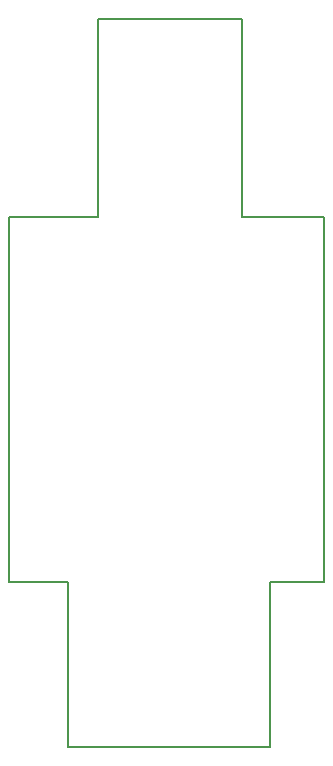
<source format=gko>
G04*
G04 #@! TF.GenerationSoftware,Altium Limited,Altium NEXUS,2.1.5 (53)*
G04*
G04 Layer_Color=16711935*
%FSLAX44Y44*%
%MOMM*%
G71*
G01*
G75*
%ADD10C,0.2000*%
D10*
X196850Y448310D02*
Y615950D01*
X74930D02*
X196850D01*
X74930Y448310D02*
Y615950D01*
X0Y448310D02*
X74930D01*
X0Y139700D02*
Y448310D01*
Y139700D02*
X49530D01*
Y0D02*
Y139700D01*
Y0D02*
X220980D01*
X220980Y139700D01*
X266700Y139700D01*
Y448310D01*
X196850D02*
X266700D01*
M02*

</source>
